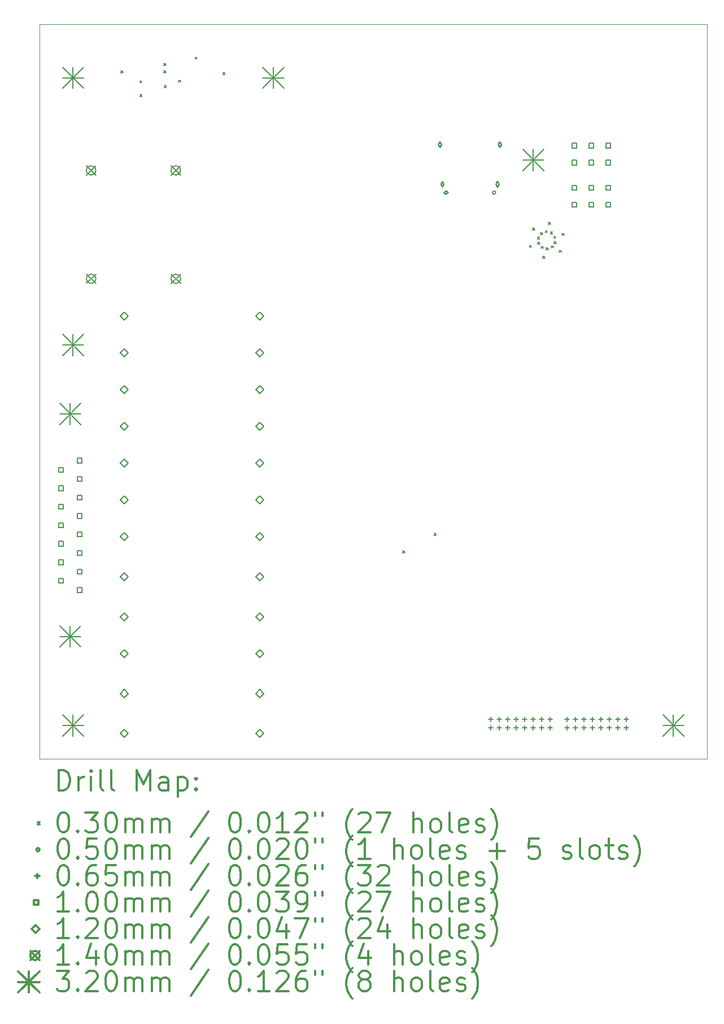
<source format=gbr>
%FSLAX45Y45*%
G04 Gerber Fmt 4.5, Leading zero omitted, Abs format (unit mm)*
G04 Created by KiCad (PCBNEW (5.1.9)-1) date 2021-07-25 18:06:38*
%MOMM*%
%LPD*%
G01*
G04 APERTURE LIST*
%TA.AperFunction,Profile*%
%ADD10C,0.050000*%
%TD*%
%ADD11C,0.200000*%
%ADD12C,0.300000*%
G04 APERTURE END LIST*
D10*
X15500000Y-1500000D02*
X15500000Y-12500000D01*
X25500000Y-1500000D02*
X25500000Y-12500000D01*
X15500000Y-12500000D02*
X25500000Y-12500000D01*
X15500000Y-1500000D02*
X25500000Y-1500000D01*
D11*
X16717500Y-2196000D02*
X16747500Y-2226000D01*
X16747500Y-2196000D02*
X16717500Y-2226000D01*
X17000000Y-2342500D02*
X17030000Y-2372500D01*
X17030000Y-2342500D02*
X17000000Y-2372500D01*
X17000000Y-2552500D02*
X17030000Y-2582500D01*
X17030000Y-2552500D02*
X17000000Y-2582500D01*
X17360000Y-2085000D02*
X17390000Y-2115000D01*
X17390000Y-2085000D02*
X17360000Y-2115000D01*
X17362500Y-2197500D02*
X17392500Y-2227500D01*
X17392500Y-2197500D02*
X17362500Y-2227500D01*
X17364000Y-2416000D02*
X17394000Y-2446000D01*
X17394000Y-2416000D02*
X17364000Y-2446000D01*
X17582500Y-2335000D02*
X17612500Y-2365000D01*
X17612500Y-2335000D02*
X17582500Y-2365000D01*
X17832500Y-1990000D02*
X17862500Y-2020000D01*
X17862500Y-1990000D02*
X17832500Y-2020000D01*
X18247500Y-2220000D02*
X18277500Y-2250000D01*
X18277500Y-2220000D02*
X18247500Y-2250000D01*
X20942500Y-9385000D02*
X20972500Y-9415000D01*
X20972500Y-9385000D02*
X20942500Y-9415000D01*
X21412500Y-9120000D02*
X21442500Y-9150000D01*
X21442500Y-9120000D02*
X21412500Y-9150000D01*
X22843287Y-4806298D02*
X22873287Y-4836298D01*
X22873287Y-4806298D02*
X22843287Y-4836298D01*
X22888492Y-4550404D02*
X22918492Y-4580404D01*
X22918492Y-4550404D02*
X22888492Y-4580404D01*
X22962946Y-4683865D02*
X22992946Y-4713865D01*
X22992946Y-4683865D02*
X22962946Y-4713865D01*
X22966964Y-4763500D02*
X22996964Y-4793500D01*
X22996964Y-4763500D02*
X22966964Y-4793500D01*
X23006504Y-4617078D02*
X23036504Y-4647078D01*
X23036504Y-4617078D02*
X23006504Y-4647078D01*
X23017022Y-4825564D02*
X23047022Y-4855564D01*
X23047022Y-4825564D02*
X23017022Y-4855564D01*
X23042294Y-4973394D02*
X23072294Y-5003394D01*
X23072294Y-4973394D02*
X23042294Y-5003394D01*
X23080999Y-4588648D02*
X23110999Y-4618648D01*
X23110999Y-4588648D02*
X23080999Y-4618648D01*
X23094001Y-4846352D02*
X23124001Y-4876352D01*
X23124001Y-4846352D02*
X23094001Y-4876352D01*
X23126812Y-4465880D02*
X23156812Y-4495880D01*
X23156812Y-4465880D02*
X23126812Y-4495880D01*
X23157978Y-4609436D02*
X23187978Y-4639436D01*
X23187978Y-4609436D02*
X23157978Y-4639436D01*
X23168496Y-4817922D02*
X23198496Y-4847922D01*
X23198496Y-4817922D02*
X23168496Y-4847922D01*
X23208036Y-4671500D02*
X23238036Y-4701500D01*
X23238036Y-4671500D02*
X23208036Y-4701500D01*
X23212054Y-4751135D02*
X23242054Y-4781135D01*
X23242054Y-4751135D02*
X23212054Y-4781135D01*
X23286507Y-4884596D02*
X23316507Y-4914596D01*
X23316507Y-4884596D02*
X23286507Y-4914596D01*
X23331713Y-4628702D02*
X23361713Y-4658702D01*
X23361713Y-4628702D02*
X23331713Y-4658702D01*
X21526000Y-3300000D02*
G75*
G03*
X21526000Y-3300000I-25000J0D01*
G01*
X21516000Y-3330000D02*
X21516000Y-3270000D01*
X21486000Y-3330000D02*
X21486000Y-3270000D01*
X21516000Y-3270000D02*
G75*
G03*
X21486000Y-3270000I-15000J0D01*
G01*
X21486000Y-3330000D02*
G75*
G03*
X21516000Y-3330000I15000J0D01*
G01*
X21562000Y-3895000D02*
G75*
G03*
X21562000Y-3895000I-25000J0D01*
G01*
X21552000Y-3925000D02*
X21552000Y-3865000D01*
X21522000Y-3925000D02*
X21522000Y-3865000D01*
X21552000Y-3865000D02*
G75*
G03*
X21522000Y-3865000I-15000J0D01*
G01*
X21522000Y-3925000D02*
G75*
G03*
X21552000Y-3925000I15000J0D01*
G01*
X21615000Y-4020000D02*
G75*
G03*
X21615000Y-4020000I-25000J0D01*
G01*
X21610000Y-4005000D02*
X21570000Y-4005000D01*
X21610000Y-4035000D02*
X21570000Y-4035000D01*
X21570000Y-4005000D02*
G75*
G03*
X21570000Y-4035000I0J-15000D01*
G01*
X21610000Y-4035000D02*
G75*
G03*
X21610000Y-4005000I0J15000D01*
G01*
X22335000Y-4020000D02*
G75*
G03*
X22335000Y-4020000I-25000J0D01*
G01*
X22388000Y-3895000D02*
G75*
G03*
X22388000Y-3895000I-25000J0D01*
G01*
X22378000Y-3925000D02*
X22378000Y-3865000D01*
X22348000Y-3925000D02*
X22348000Y-3865000D01*
X22378000Y-3865000D02*
G75*
G03*
X22348000Y-3865000I-15000J0D01*
G01*
X22348000Y-3925000D02*
G75*
G03*
X22378000Y-3925000I15000J0D01*
G01*
X22424000Y-3300000D02*
G75*
G03*
X22424000Y-3300000I-25000J0D01*
G01*
X22414000Y-3330000D02*
X22414000Y-3270000D01*
X22384000Y-3330000D02*
X22384000Y-3270000D01*
X22414000Y-3270000D02*
G75*
G03*
X22384000Y-3270000I-15000J0D01*
G01*
X22384000Y-3330000D02*
G75*
G03*
X22414000Y-3330000I15000J0D01*
G01*
X22262500Y-11870000D02*
X22262500Y-11935000D01*
X22230000Y-11902500D02*
X22295000Y-11902500D01*
X22262500Y-11997000D02*
X22262500Y-12062000D01*
X22230000Y-12029500D02*
X22295000Y-12029500D01*
X22389500Y-11870000D02*
X22389500Y-11935000D01*
X22357000Y-11902500D02*
X22422000Y-11902500D01*
X22389500Y-11997000D02*
X22389500Y-12062000D01*
X22357000Y-12029500D02*
X22422000Y-12029500D01*
X22516500Y-11870000D02*
X22516500Y-11935000D01*
X22484000Y-11902500D02*
X22549000Y-11902500D01*
X22516500Y-11997000D02*
X22516500Y-12062000D01*
X22484000Y-12029500D02*
X22549000Y-12029500D01*
X22643500Y-11870000D02*
X22643500Y-11935000D01*
X22611000Y-11902500D02*
X22676000Y-11902500D01*
X22643500Y-11997000D02*
X22643500Y-12062000D01*
X22611000Y-12029500D02*
X22676000Y-12029500D01*
X22770500Y-11870000D02*
X22770500Y-11935000D01*
X22738000Y-11902500D02*
X22803000Y-11902500D01*
X22770500Y-11997000D02*
X22770500Y-12062000D01*
X22738000Y-12029500D02*
X22803000Y-12029500D01*
X22897500Y-11870000D02*
X22897500Y-11935000D01*
X22865000Y-11902500D02*
X22930000Y-11902500D01*
X22897500Y-11997000D02*
X22897500Y-12062000D01*
X22865000Y-12029500D02*
X22930000Y-12029500D01*
X23024500Y-11870000D02*
X23024500Y-11935000D01*
X22992000Y-11902500D02*
X23057000Y-11902500D01*
X23024500Y-11997000D02*
X23024500Y-12062000D01*
X22992000Y-12029500D02*
X23057000Y-12029500D01*
X23151500Y-11870000D02*
X23151500Y-11935000D01*
X23119000Y-11902500D02*
X23184000Y-11902500D01*
X23151500Y-11997000D02*
X23151500Y-12062000D01*
X23119000Y-12029500D02*
X23184000Y-12029500D01*
X23402500Y-11870000D02*
X23402500Y-11935000D01*
X23370000Y-11902500D02*
X23435000Y-11902500D01*
X23402500Y-11997000D02*
X23402500Y-12062000D01*
X23370000Y-12029500D02*
X23435000Y-12029500D01*
X23529500Y-11870000D02*
X23529500Y-11935000D01*
X23497000Y-11902500D02*
X23562000Y-11902500D01*
X23529500Y-11997000D02*
X23529500Y-12062000D01*
X23497000Y-12029500D02*
X23562000Y-12029500D01*
X23656500Y-11870000D02*
X23656500Y-11935000D01*
X23624000Y-11902500D02*
X23689000Y-11902500D01*
X23656500Y-11997000D02*
X23656500Y-12062000D01*
X23624000Y-12029500D02*
X23689000Y-12029500D01*
X23783500Y-11870000D02*
X23783500Y-11935000D01*
X23751000Y-11902500D02*
X23816000Y-11902500D01*
X23783500Y-11997000D02*
X23783500Y-12062000D01*
X23751000Y-12029500D02*
X23816000Y-12029500D01*
X23910500Y-11870000D02*
X23910500Y-11935000D01*
X23878000Y-11902500D02*
X23943000Y-11902500D01*
X23910500Y-11997000D02*
X23910500Y-12062000D01*
X23878000Y-12029500D02*
X23943000Y-12029500D01*
X24037500Y-11870000D02*
X24037500Y-11935000D01*
X24005000Y-11902500D02*
X24070000Y-11902500D01*
X24037500Y-11997000D02*
X24037500Y-12062000D01*
X24005000Y-12029500D02*
X24070000Y-12029500D01*
X24164500Y-11870000D02*
X24164500Y-11935000D01*
X24132000Y-11902500D02*
X24197000Y-11902500D01*
X24164500Y-11997000D02*
X24164500Y-12062000D01*
X24132000Y-12029500D02*
X24197000Y-12029500D01*
X24291500Y-11870000D02*
X24291500Y-11935000D01*
X24259000Y-11902500D02*
X24324000Y-11902500D01*
X24291500Y-11997000D02*
X24291500Y-12062000D01*
X24259000Y-12029500D02*
X24324000Y-12029500D01*
X15851356Y-8204856D02*
X15851356Y-8134144D01*
X15780644Y-8134144D01*
X15780644Y-8204856D01*
X15851356Y-8204856D01*
X15851356Y-8481856D02*
X15851356Y-8411144D01*
X15780644Y-8411144D01*
X15780644Y-8481856D01*
X15851356Y-8481856D01*
X15851356Y-8758856D02*
X15851356Y-8688144D01*
X15780644Y-8688144D01*
X15780644Y-8758856D01*
X15851356Y-8758856D01*
X15851356Y-9035856D02*
X15851356Y-8965144D01*
X15780644Y-8965144D01*
X15780644Y-9035856D01*
X15851356Y-9035856D01*
X15851356Y-9312856D02*
X15851356Y-9242144D01*
X15780644Y-9242144D01*
X15780644Y-9312856D01*
X15851356Y-9312856D01*
X15851356Y-9589856D02*
X15851356Y-9519144D01*
X15780644Y-9519144D01*
X15780644Y-9589856D01*
X15851356Y-9589856D01*
X15851356Y-9866856D02*
X15851356Y-9796144D01*
X15780644Y-9796144D01*
X15780644Y-9866856D01*
X15851356Y-9866856D01*
X16135356Y-8066356D02*
X16135356Y-7995644D01*
X16064644Y-7995644D01*
X16064644Y-8066356D01*
X16135356Y-8066356D01*
X16135356Y-8343356D02*
X16135356Y-8272644D01*
X16064644Y-8272644D01*
X16064644Y-8343356D01*
X16135356Y-8343356D01*
X16135356Y-8620356D02*
X16135356Y-8549644D01*
X16064644Y-8549644D01*
X16064644Y-8620356D01*
X16135356Y-8620356D01*
X16135356Y-8897356D02*
X16135356Y-8826644D01*
X16064644Y-8826644D01*
X16064644Y-8897356D01*
X16135356Y-8897356D01*
X16135356Y-9174356D02*
X16135356Y-9103644D01*
X16064644Y-9103644D01*
X16064644Y-9174356D01*
X16135356Y-9174356D01*
X16135356Y-9451356D02*
X16135356Y-9380644D01*
X16064644Y-9380644D01*
X16064644Y-9451356D01*
X16135356Y-9451356D01*
X16135356Y-9728356D02*
X16135356Y-9657644D01*
X16064644Y-9657644D01*
X16064644Y-9728356D01*
X16135356Y-9728356D01*
X16135356Y-10005356D02*
X16135356Y-9934644D01*
X16064644Y-9934644D01*
X16064644Y-10005356D01*
X16135356Y-10005356D01*
X23547356Y-3351356D02*
X23547356Y-3280644D01*
X23476644Y-3280644D01*
X23476644Y-3351356D01*
X23547356Y-3351356D01*
X23547356Y-3605356D02*
X23547356Y-3534644D01*
X23476644Y-3534644D01*
X23476644Y-3605356D01*
X23547356Y-3605356D01*
X23547356Y-3981356D02*
X23547356Y-3910644D01*
X23476644Y-3910644D01*
X23476644Y-3981356D01*
X23547356Y-3981356D01*
X23547356Y-4235356D02*
X23547356Y-4164644D01*
X23476644Y-4164644D01*
X23476644Y-4235356D01*
X23547356Y-4235356D01*
X23801356Y-3351356D02*
X23801356Y-3280644D01*
X23730644Y-3280644D01*
X23730644Y-3351356D01*
X23801356Y-3351356D01*
X23801356Y-3605356D02*
X23801356Y-3534644D01*
X23730644Y-3534644D01*
X23730644Y-3605356D01*
X23801356Y-3605356D01*
X23801356Y-3981356D02*
X23801356Y-3910644D01*
X23730644Y-3910644D01*
X23730644Y-3981356D01*
X23801356Y-3981356D01*
X23801356Y-4235356D02*
X23801356Y-4164644D01*
X23730644Y-4164644D01*
X23730644Y-4235356D01*
X23801356Y-4235356D01*
X24055356Y-3351356D02*
X24055356Y-3280644D01*
X23984644Y-3280644D01*
X23984644Y-3351356D01*
X24055356Y-3351356D01*
X24055356Y-3605356D02*
X24055356Y-3534644D01*
X23984644Y-3534644D01*
X23984644Y-3605356D01*
X24055356Y-3605356D01*
X24055356Y-3981356D02*
X24055356Y-3910644D01*
X23984644Y-3910644D01*
X23984644Y-3981356D01*
X24055356Y-3981356D01*
X24055356Y-4235356D02*
X24055356Y-4164644D01*
X23984644Y-4164644D01*
X23984644Y-4235356D01*
X24055356Y-4235356D01*
X16768000Y-5930000D02*
X16828000Y-5870000D01*
X16768000Y-5810000D01*
X16708000Y-5870000D01*
X16768000Y-5930000D01*
X16768000Y-6480000D02*
X16828000Y-6420000D01*
X16768000Y-6360000D01*
X16708000Y-6420000D01*
X16768000Y-6480000D01*
X16768000Y-7030000D02*
X16828000Y-6970000D01*
X16768000Y-6910000D01*
X16708000Y-6970000D01*
X16768000Y-7030000D01*
X16768000Y-7580000D02*
X16828000Y-7520000D01*
X16768000Y-7460000D01*
X16708000Y-7520000D01*
X16768000Y-7580000D01*
X16768000Y-8130000D02*
X16828000Y-8070000D01*
X16768000Y-8010000D01*
X16708000Y-8070000D01*
X16768000Y-8130000D01*
X16768000Y-8680000D02*
X16828000Y-8620000D01*
X16768000Y-8560000D01*
X16708000Y-8620000D01*
X16768000Y-8680000D01*
X16768000Y-9230000D02*
X16828000Y-9170000D01*
X16768000Y-9110000D01*
X16708000Y-9170000D01*
X16768000Y-9230000D01*
X16768000Y-9830000D02*
X16828000Y-9770000D01*
X16768000Y-9710000D01*
X16708000Y-9770000D01*
X16768000Y-9830000D01*
X16768000Y-10430000D02*
X16828000Y-10370000D01*
X16768000Y-10310000D01*
X16708000Y-10370000D01*
X16768000Y-10430000D01*
X16768000Y-10980000D02*
X16828000Y-10920000D01*
X16768000Y-10860000D01*
X16708000Y-10920000D01*
X16768000Y-10980000D01*
X16768000Y-11580000D02*
X16828000Y-11520000D01*
X16768000Y-11460000D01*
X16708000Y-11520000D01*
X16768000Y-11580000D01*
X16768000Y-12180000D02*
X16828000Y-12120000D01*
X16768000Y-12060000D01*
X16708000Y-12120000D01*
X16768000Y-12180000D01*
X18800000Y-5930000D02*
X18860000Y-5870000D01*
X18800000Y-5810000D01*
X18740000Y-5870000D01*
X18800000Y-5930000D01*
X18800000Y-6480000D02*
X18860000Y-6420000D01*
X18800000Y-6360000D01*
X18740000Y-6420000D01*
X18800000Y-6480000D01*
X18800000Y-7030000D02*
X18860000Y-6970000D01*
X18800000Y-6910000D01*
X18740000Y-6970000D01*
X18800000Y-7030000D01*
X18800000Y-7580000D02*
X18860000Y-7520000D01*
X18800000Y-7460000D01*
X18740000Y-7520000D01*
X18800000Y-7580000D01*
X18800000Y-8130000D02*
X18860000Y-8070000D01*
X18800000Y-8010000D01*
X18740000Y-8070000D01*
X18800000Y-8130000D01*
X18800000Y-8680000D02*
X18860000Y-8620000D01*
X18800000Y-8560000D01*
X18740000Y-8620000D01*
X18800000Y-8680000D01*
X18800000Y-9230000D02*
X18860000Y-9170000D01*
X18800000Y-9110000D01*
X18740000Y-9170000D01*
X18800000Y-9230000D01*
X18800000Y-9830000D02*
X18860000Y-9770000D01*
X18800000Y-9710000D01*
X18740000Y-9770000D01*
X18800000Y-9830000D01*
X18800000Y-10430000D02*
X18860000Y-10370000D01*
X18800000Y-10310000D01*
X18740000Y-10370000D01*
X18800000Y-10430000D01*
X18800000Y-10980000D02*
X18860000Y-10920000D01*
X18800000Y-10860000D01*
X18740000Y-10920000D01*
X18800000Y-10980000D01*
X18800000Y-11580000D02*
X18860000Y-11520000D01*
X18800000Y-11460000D01*
X18740000Y-11520000D01*
X18800000Y-11580000D01*
X18800000Y-12180000D02*
X18860000Y-12120000D01*
X18800000Y-12060000D01*
X18740000Y-12120000D01*
X18800000Y-12180000D01*
X16200000Y-3617000D02*
X16340000Y-3757000D01*
X16340000Y-3617000D02*
X16200000Y-3757000D01*
X16340000Y-3687000D02*
G75*
G03*
X16340000Y-3687000I-70000J0D01*
G01*
X16200000Y-5240000D02*
X16340000Y-5380000D01*
X16340000Y-5240000D02*
X16200000Y-5380000D01*
X16340000Y-5310000D02*
G75*
G03*
X16340000Y-5310000I-70000J0D01*
G01*
X17470000Y-3617000D02*
X17610000Y-3757000D01*
X17610000Y-3617000D02*
X17470000Y-3757000D01*
X17610000Y-3687000D02*
G75*
G03*
X17610000Y-3687000I-70000J0D01*
G01*
X17470000Y-5240000D02*
X17610000Y-5380000D01*
X17610000Y-5240000D02*
X17470000Y-5380000D01*
X17610000Y-5310000D02*
G75*
G03*
X17610000Y-5310000I-70000J0D01*
G01*
X15798000Y-7175500D02*
X16118000Y-7495500D01*
X16118000Y-7175500D02*
X15798000Y-7495500D01*
X15958000Y-7175500D02*
X15958000Y-7495500D01*
X15798000Y-7335500D02*
X16118000Y-7335500D01*
X15798000Y-10505500D02*
X16118000Y-10825500D01*
X16118000Y-10505500D02*
X15798000Y-10825500D01*
X15958000Y-10505500D02*
X15958000Y-10825500D01*
X15798000Y-10665500D02*
X16118000Y-10665500D01*
X15840000Y-2140000D02*
X16160000Y-2460000D01*
X16160000Y-2140000D02*
X15840000Y-2460000D01*
X16000000Y-2140000D02*
X16000000Y-2460000D01*
X15840000Y-2300000D02*
X16160000Y-2300000D01*
X15840000Y-6140000D02*
X16160000Y-6460000D01*
X16160000Y-6140000D02*
X15840000Y-6460000D01*
X16000000Y-6140000D02*
X16000000Y-6460000D01*
X15840000Y-6300000D02*
X16160000Y-6300000D01*
X15840000Y-11840000D02*
X16160000Y-12160000D01*
X16160000Y-11840000D02*
X15840000Y-12160000D01*
X16000000Y-11840000D02*
X16000000Y-12160000D01*
X15840000Y-12000000D02*
X16160000Y-12000000D01*
X18840000Y-2140000D02*
X19160000Y-2460000D01*
X19160000Y-2140000D02*
X18840000Y-2460000D01*
X19000000Y-2140000D02*
X19000000Y-2460000D01*
X18840000Y-2300000D02*
X19160000Y-2300000D01*
X22740000Y-3370000D02*
X23060000Y-3690000D01*
X23060000Y-3370000D02*
X22740000Y-3690000D01*
X22900000Y-3370000D02*
X22900000Y-3690000D01*
X22740000Y-3530000D02*
X23060000Y-3530000D01*
X24840000Y-11840000D02*
X25160000Y-12160000D01*
X25160000Y-11840000D02*
X24840000Y-12160000D01*
X25000000Y-11840000D02*
X25000000Y-12160000D01*
X24840000Y-12000000D02*
X25160000Y-12000000D01*
D12*
X15783928Y-12968214D02*
X15783928Y-12668214D01*
X15855357Y-12668214D01*
X15898214Y-12682500D01*
X15926786Y-12711071D01*
X15941071Y-12739643D01*
X15955357Y-12796786D01*
X15955357Y-12839643D01*
X15941071Y-12896786D01*
X15926786Y-12925357D01*
X15898214Y-12953929D01*
X15855357Y-12968214D01*
X15783928Y-12968214D01*
X16083928Y-12968214D02*
X16083928Y-12768214D01*
X16083928Y-12825357D02*
X16098214Y-12796786D01*
X16112500Y-12782500D01*
X16141071Y-12768214D01*
X16169643Y-12768214D01*
X16269643Y-12968214D02*
X16269643Y-12768214D01*
X16269643Y-12668214D02*
X16255357Y-12682500D01*
X16269643Y-12696786D01*
X16283928Y-12682500D01*
X16269643Y-12668214D01*
X16269643Y-12696786D01*
X16455357Y-12968214D02*
X16426786Y-12953929D01*
X16412500Y-12925357D01*
X16412500Y-12668214D01*
X16612500Y-12968214D02*
X16583928Y-12953929D01*
X16569643Y-12925357D01*
X16569643Y-12668214D01*
X16955357Y-12968214D02*
X16955357Y-12668214D01*
X17055357Y-12882500D01*
X17155357Y-12668214D01*
X17155357Y-12968214D01*
X17426786Y-12968214D02*
X17426786Y-12811071D01*
X17412500Y-12782500D01*
X17383928Y-12768214D01*
X17326786Y-12768214D01*
X17298214Y-12782500D01*
X17426786Y-12953929D02*
X17398214Y-12968214D01*
X17326786Y-12968214D01*
X17298214Y-12953929D01*
X17283928Y-12925357D01*
X17283928Y-12896786D01*
X17298214Y-12868214D01*
X17326786Y-12853929D01*
X17398214Y-12853929D01*
X17426786Y-12839643D01*
X17569643Y-12768214D02*
X17569643Y-13068214D01*
X17569643Y-12782500D02*
X17598214Y-12768214D01*
X17655357Y-12768214D01*
X17683928Y-12782500D01*
X17698214Y-12796786D01*
X17712500Y-12825357D01*
X17712500Y-12911071D01*
X17698214Y-12939643D01*
X17683928Y-12953929D01*
X17655357Y-12968214D01*
X17598214Y-12968214D01*
X17569643Y-12953929D01*
X17841071Y-12939643D02*
X17855357Y-12953929D01*
X17841071Y-12968214D01*
X17826786Y-12953929D01*
X17841071Y-12939643D01*
X17841071Y-12968214D01*
X17841071Y-12782500D02*
X17855357Y-12796786D01*
X17841071Y-12811071D01*
X17826786Y-12796786D01*
X17841071Y-12782500D01*
X17841071Y-12811071D01*
X15467500Y-13447500D02*
X15497500Y-13477500D01*
X15497500Y-13447500D02*
X15467500Y-13477500D01*
X15841071Y-13298214D02*
X15869643Y-13298214D01*
X15898214Y-13312500D01*
X15912500Y-13326786D01*
X15926786Y-13355357D01*
X15941071Y-13412500D01*
X15941071Y-13483929D01*
X15926786Y-13541071D01*
X15912500Y-13569643D01*
X15898214Y-13583929D01*
X15869643Y-13598214D01*
X15841071Y-13598214D01*
X15812500Y-13583929D01*
X15798214Y-13569643D01*
X15783928Y-13541071D01*
X15769643Y-13483929D01*
X15769643Y-13412500D01*
X15783928Y-13355357D01*
X15798214Y-13326786D01*
X15812500Y-13312500D01*
X15841071Y-13298214D01*
X16069643Y-13569643D02*
X16083928Y-13583929D01*
X16069643Y-13598214D01*
X16055357Y-13583929D01*
X16069643Y-13569643D01*
X16069643Y-13598214D01*
X16183928Y-13298214D02*
X16369643Y-13298214D01*
X16269643Y-13412500D01*
X16312500Y-13412500D01*
X16341071Y-13426786D01*
X16355357Y-13441071D01*
X16369643Y-13469643D01*
X16369643Y-13541071D01*
X16355357Y-13569643D01*
X16341071Y-13583929D01*
X16312500Y-13598214D01*
X16226786Y-13598214D01*
X16198214Y-13583929D01*
X16183928Y-13569643D01*
X16555357Y-13298214D02*
X16583928Y-13298214D01*
X16612500Y-13312500D01*
X16626786Y-13326786D01*
X16641071Y-13355357D01*
X16655357Y-13412500D01*
X16655357Y-13483929D01*
X16641071Y-13541071D01*
X16626786Y-13569643D01*
X16612500Y-13583929D01*
X16583928Y-13598214D01*
X16555357Y-13598214D01*
X16526786Y-13583929D01*
X16512500Y-13569643D01*
X16498214Y-13541071D01*
X16483928Y-13483929D01*
X16483928Y-13412500D01*
X16498214Y-13355357D01*
X16512500Y-13326786D01*
X16526786Y-13312500D01*
X16555357Y-13298214D01*
X16783928Y-13598214D02*
X16783928Y-13398214D01*
X16783928Y-13426786D02*
X16798214Y-13412500D01*
X16826786Y-13398214D01*
X16869643Y-13398214D01*
X16898214Y-13412500D01*
X16912500Y-13441071D01*
X16912500Y-13598214D01*
X16912500Y-13441071D02*
X16926786Y-13412500D01*
X16955357Y-13398214D01*
X16998214Y-13398214D01*
X17026786Y-13412500D01*
X17041071Y-13441071D01*
X17041071Y-13598214D01*
X17183928Y-13598214D02*
X17183928Y-13398214D01*
X17183928Y-13426786D02*
X17198214Y-13412500D01*
X17226786Y-13398214D01*
X17269643Y-13398214D01*
X17298214Y-13412500D01*
X17312500Y-13441071D01*
X17312500Y-13598214D01*
X17312500Y-13441071D02*
X17326786Y-13412500D01*
X17355357Y-13398214D01*
X17398214Y-13398214D01*
X17426786Y-13412500D01*
X17441071Y-13441071D01*
X17441071Y-13598214D01*
X18026786Y-13283929D02*
X17769643Y-13669643D01*
X18412500Y-13298214D02*
X18441071Y-13298214D01*
X18469643Y-13312500D01*
X18483928Y-13326786D01*
X18498214Y-13355357D01*
X18512500Y-13412500D01*
X18512500Y-13483929D01*
X18498214Y-13541071D01*
X18483928Y-13569643D01*
X18469643Y-13583929D01*
X18441071Y-13598214D01*
X18412500Y-13598214D01*
X18383928Y-13583929D01*
X18369643Y-13569643D01*
X18355357Y-13541071D01*
X18341071Y-13483929D01*
X18341071Y-13412500D01*
X18355357Y-13355357D01*
X18369643Y-13326786D01*
X18383928Y-13312500D01*
X18412500Y-13298214D01*
X18641071Y-13569643D02*
X18655357Y-13583929D01*
X18641071Y-13598214D01*
X18626786Y-13583929D01*
X18641071Y-13569643D01*
X18641071Y-13598214D01*
X18841071Y-13298214D02*
X18869643Y-13298214D01*
X18898214Y-13312500D01*
X18912500Y-13326786D01*
X18926786Y-13355357D01*
X18941071Y-13412500D01*
X18941071Y-13483929D01*
X18926786Y-13541071D01*
X18912500Y-13569643D01*
X18898214Y-13583929D01*
X18869643Y-13598214D01*
X18841071Y-13598214D01*
X18812500Y-13583929D01*
X18798214Y-13569643D01*
X18783928Y-13541071D01*
X18769643Y-13483929D01*
X18769643Y-13412500D01*
X18783928Y-13355357D01*
X18798214Y-13326786D01*
X18812500Y-13312500D01*
X18841071Y-13298214D01*
X19226786Y-13598214D02*
X19055357Y-13598214D01*
X19141071Y-13598214D02*
X19141071Y-13298214D01*
X19112500Y-13341071D01*
X19083928Y-13369643D01*
X19055357Y-13383929D01*
X19341071Y-13326786D02*
X19355357Y-13312500D01*
X19383928Y-13298214D01*
X19455357Y-13298214D01*
X19483928Y-13312500D01*
X19498214Y-13326786D01*
X19512500Y-13355357D01*
X19512500Y-13383929D01*
X19498214Y-13426786D01*
X19326786Y-13598214D01*
X19512500Y-13598214D01*
X19626786Y-13298214D02*
X19626786Y-13355357D01*
X19741071Y-13298214D02*
X19741071Y-13355357D01*
X20183928Y-13712500D02*
X20169643Y-13698214D01*
X20141071Y-13655357D01*
X20126786Y-13626786D01*
X20112500Y-13583929D01*
X20098214Y-13512500D01*
X20098214Y-13455357D01*
X20112500Y-13383929D01*
X20126786Y-13341071D01*
X20141071Y-13312500D01*
X20169643Y-13269643D01*
X20183928Y-13255357D01*
X20283928Y-13326786D02*
X20298214Y-13312500D01*
X20326786Y-13298214D01*
X20398214Y-13298214D01*
X20426786Y-13312500D01*
X20441071Y-13326786D01*
X20455357Y-13355357D01*
X20455357Y-13383929D01*
X20441071Y-13426786D01*
X20269643Y-13598214D01*
X20455357Y-13598214D01*
X20555357Y-13298214D02*
X20755357Y-13298214D01*
X20626786Y-13598214D01*
X21098214Y-13598214D02*
X21098214Y-13298214D01*
X21226786Y-13598214D02*
X21226786Y-13441071D01*
X21212500Y-13412500D01*
X21183928Y-13398214D01*
X21141071Y-13398214D01*
X21112500Y-13412500D01*
X21098214Y-13426786D01*
X21412500Y-13598214D02*
X21383928Y-13583929D01*
X21369643Y-13569643D01*
X21355357Y-13541071D01*
X21355357Y-13455357D01*
X21369643Y-13426786D01*
X21383928Y-13412500D01*
X21412500Y-13398214D01*
X21455357Y-13398214D01*
X21483928Y-13412500D01*
X21498214Y-13426786D01*
X21512500Y-13455357D01*
X21512500Y-13541071D01*
X21498214Y-13569643D01*
X21483928Y-13583929D01*
X21455357Y-13598214D01*
X21412500Y-13598214D01*
X21683928Y-13598214D02*
X21655357Y-13583929D01*
X21641071Y-13555357D01*
X21641071Y-13298214D01*
X21912500Y-13583929D02*
X21883928Y-13598214D01*
X21826786Y-13598214D01*
X21798214Y-13583929D01*
X21783928Y-13555357D01*
X21783928Y-13441071D01*
X21798214Y-13412500D01*
X21826786Y-13398214D01*
X21883928Y-13398214D01*
X21912500Y-13412500D01*
X21926786Y-13441071D01*
X21926786Y-13469643D01*
X21783928Y-13498214D01*
X22041071Y-13583929D02*
X22069643Y-13598214D01*
X22126786Y-13598214D01*
X22155357Y-13583929D01*
X22169643Y-13555357D01*
X22169643Y-13541071D01*
X22155357Y-13512500D01*
X22126786Y-13498214D01*
X22083928Y-13498214D01*
X22055357Y-13483929D01*
X22041071Y-13455357D01*
X22041071Y-13441071D01*
X22055357Y-13412500D01*
X22083928Y-13398214D01*
X22126786Y-13398214D01*
X22155357Y-13412500D01*
X22269643Y-13712500D02*
X22283928Y-13698214D01*
X22312500Y-13655357D01*
X22326786Y-13626786D01*
X22341071Y-13583929D01*
X22355357Y-13512500D01*
X22355357Y-13455357D01*
X22341071Y-13383929D01*
X22326786Y-13341071D01*
X22312500Y-13312500D01*
X22283928Y-13269643D01*
X22269643Y-13255357D01*
X15497500Y-13858500D02*
G75*
G03*
X15497500Y-13858500I-25000J0D01*
G01*
X15841071Y-13694214D02*
X15869643Y-13694214D01*
X15898214Y-13708500D01*
X15912500Y-13722786D01*
X15926786Y-13751357D01*
X15941071Y-13808500D01*
X15941071Y-13879929D01*
X15926786Y-13937071D01*
X15912500Y-13965643D01*
X15898214Y-13979929D01*
X15869643Y-13994214D01*
X15841071Y-13994214D01*
X15812500Y-13979929D01*
X15798214Y-13965643D01*
X15783928Y-13937071D01*
X15769643Y-13879929D01*
X15769643Y-13808500D01*
X15783928Y-13751357D01*
X15798214Y-13722786D01*
X15812500Y-13708500D01*
X15841071Y-13694214D01*
X16069643Y-13965643D02*
X16083928Y-13979929D01*
X16069643Y-13994214D01*
X16055357Y-13979929D01*
X16069643Y-13965643D01*
X16069643Y-13994214D01*
X16355357Y-13694214D02*
X16212500Y-13694214D01*
X16198214Y-13837071D01*
X16212500Y-13822786D01*
X16241071Y-13808500D01*
X16312500Y-13808500D01*
X16341071Y-13822786D01*
X16355357Y-13837071D01*
X16369643Y-13865643D01*
X16369643Y-13937071D01*
X16355357Y-13965643D01*
X16341071Y-13979929D01*
X16312500Y-13994214D01*
X16241071Y-13994214D01*
X16212500Y-13979929D01*
X16198214Y-13965643D01*
X16555357Y-13694214D02*
X16583928Y-13694214D01*
X16612500Y-13708500D01*
X16626786Y-13722786D01*
X16641071Y-13751357D01*
X16655357Y-13808500D01*
X16655357Y-13879929D01*
X16641071Y-13937071D01*
X16626786Y-13965643D01*
X16612500Y-13979929D01*
X16583928Y-13994214D01*
X16555357Y-13994214D01*
X16526786Y-13979929D01*
X16512500Y-13965643D01*
X16498214Y-13937071D01*
X16483928Y-13879929D01*
X16483928Y-13808500D01*
X16498214Y-13751357D01*
X16512500Y-13722786D01*
X16526786Y-13708500D01*
X16555357Y-13694214D01*
X16783928Y-13994214D02*
X16783928Y-13794214D01*
X16783928Y-13822786D02*
X16798214Y-13808500D01*
X16826786Y-13794214D01*
X16869643Y-13794214D01*
X16898214Y-13808500D01*
X16912500Y-13837071D01*
X16912500Y-13994214D01*
X16912500Y-13837071D02*
X16926786Y-13808500D01*
X16955357Y-13794214D01*
X16998214Y-13794214D01*
X17026786Y-13808500D01*
X17041071Y-13837071D01*
X17041071Y-13994214D01*
X17183928Y-13994214D02*
X17183928Y-13794214D01*
X17183928Y-13822786D02*
X17198214Y-13808500D01*
X17226786Y-13794214D01*
X17269643Y-13794214D01*
X17298214Y-13808500D01*
X17312500Y-13837071D01*
X17312500Y-13994214D01*
X17312500Y-13837071D02*
X17326786Y-13808500D01*
X17355357Y-13794214D01*
X17398214Y-13794214D01*
X17426786Y-13808500D01*
X17441071Y-13837071D01*
X17441071Y-13994214D01*
X18026786Y-13679929D02*
X17769643Y-14065643D01*
X18412500Y-13694214D02*
X18441071Y-13694214D01*
X18469643Y-13708500D01*
X18483928Y-13722786D01*
X18498214Y-13751357D01*
X18512500Y-13808500D01*
X18512500Y-13879929D01*
X18498214Y-13937071D01*
X18483928Y-13965643D01*
X18469643Y-13979929D01*
X18441071Y-13994214D01*
X18412500Y-13994214D01*
X18383928Y-13979929D01*
X18369643Y-13965643D01*
X18355357Y-13937071D01*
X18341071Y-13879929D01*
X18341071Y-13808500D01*
X18355357Y-13751357D01*
X18369643Y-13722786D01*
X18383928Y-13708500D01*
X18412500Y-13694214D01*
X18641071Y-13965643D02*
X18655357Y-13979929D01*
X18641071Y-13994214D01*
X18626786Y-13979929D01*
X18641071Y-13965643D01*
X18641071Y-13994214D01*
X18841071Y-13694214D02*
X18869643Y-13694214D01*
X18898214Y-13708500D01*
X18912500Y-13722786D01*
X18926786Y-13751357D01*
X18941071Y-13808500D01*
X18941071Y-13879929D01*
X18926786Y-13937071D01*
X18912500Y-13965643D01*
X18898214Y-13979929D01*
X18869643Y-13994214D01*
X18841071Y-13994214D01*
X18812500Y-13979929D01*
X18798214Y-13965643D01*
X18783928Y-13937071D01*
X18769643Y-13879929D01*
X18769643Y-13808500D01*
X18783928Y-13751357D01*
X18798214Y-13722786D01*
X18812500Y-13708500D01*
X18841071Y-13694214D01*
X19055357Y-13722786D02*
X19069643Y-13708500D01*
X19098214Y-13694214D01*
X19169643Y-13694214D01*
X19198214Y-13708500D01*
X19212500Y-13722786D01*
X19226786Y-13751357D01*
X19226786Y-13779929D01*
X19212500Y-13822786D01*
X19041071Y-13994214D01*
X19226786Y-13994214D01*
X19412500Y-13694214D02*
X19441071Y-13694214D01*
X19469643Y-13708500D01*
X19483928Y-13722786D01*
X19498214Y-13751357D01*
X19512500Y-13808500D01*
X19512500Y-13879929D01*
X19498214Y-13937071D01*
X19483928Y-13965643D01*
X19469643Y-13979929D01*
X19441071Y-13994214D01*
X19412500Y-13994214D01*
X19383928Y-13979929D01*
X19369643Y-13965643D01*
X19355357Y-13937071D01*
X19341071Y-13879929D01*
X19341071Y-13808500D01*
X19355357Y-13751357D01*
X19369643Y-13722786D01*
X19383928Y-13708500D01*
X19412500Y-13694214D01*
X19626786Y-13694214D02*
X19626786Y-13751357D01*
X19741071Y-13694214D02*
X19741071Y-13751357D01*
X20183928Y-14108500D02*
X20169643Y-14094214D01*
X20141071Y-14051357D01*
X20126786Y-14022786D01*
X20112500Y-13979929D01*
X20098214Y-13908500D01*
X20098214Y-13851357D01*
X20112500Y-13779929D01*
X20126786Y-13737071D01*
X20141071Y-13708500D01*
X20169643Y-13665643D01*
X20183928Y-13651357D01*
X20455357Y-13994214D02*
X20283928Y-13994214D01*
X20369643Y-13994214D02*
X20369643Y-13694214D01*
X20341071Y-13737071D01*
X20312500Y-13765643D01*
X20283928Y-13779929D01*
X20812500Y-13994214D02*
X20812500Y-13694214D01*
X20941071Y-13994214D02*
X20941071Y-13837071D01*
X20926786Y-13808500D01*
X20898214Y-13794214D01*
X20855357Y-13794214D01*
X20826786Y-13808500D01*
X20812500Y-13822786D01*
X21126786Y-13994214D02*
X21098214Y-13979929D01*
X21083928Y-13965643D01*
X21069643Y-13937071D01*
X21069643Y-13851357D01*
X21083928Y-13822786D01*
X21098214Y-13808500D01*
X21126786Y-13794214D01*
X21169643Y-13794214D01*
X21198214Y-13808500D01*
X21212500Y-13822786D01*
X21226786Y-13851357D01*
X21226786Y-13937071D01*
X21212500Y-13965643D01*
X21198214Y-13979929D01*
X21169643Y-13994214D01*
X21126786Y-13994214D01*
X21398214Y-13994214D02*
X21369643Y-13979929D01*
X21355357Y-13951357D01*
X21355357Y-13694214D01*
X21626786Y-13979929D02*
X21598214Y-13994214D01*
X21541071Y-13994214D01*
X21512500Y-13979929D01*
X21498214Y-13951357D01*
X21498214Y-13837071D01*
X21512500Y-13808500D01*
X21541071Y-13794214D01*
X21598214Y-13794214D01*
X21626786Y-13808500D01*
X21641071Y-13837071D01*
X21641071Y-13865643D01*
X21498214Y-13894214D01*
X21755357Y-13979929D02*
X21783928Y-13994214D01*
X21841071Y-13994214D01*
X21869643Y-13979929D01*
X21883928Y-13951357D01*
X21883928Y-13937071D01*
X21869643Y-13908500D01*
X21841071Y-13894214D01*
X21798214Y-13894214D01*
X21769643Y-13879929D01*
X21755357Y-13851357D01*
X21755357Y-13837071D01*
X21769643Y-13808500D01*
X21798214Y-13794214D01*
X21841071Y-13794214D01*
X21869643Y-13808500D01*
X22241071Y-13879929D02*
X22469643Y-13879929D01*
X22355357Y-13994214D02*
X22355357Y-13765643D01*
X22983928Y-13694214D02*
X22841071Y-13694214D01*
X22826786Y-13837071D01*
X22841071Y-13822786D01*
X22869643Y-13808500D01*
X22941071Y-13808500D01*
X22969643Y-13822786D01*
X22983928Y-13837071D01*
X22998214Y-13865643D01*
X22998214Y-13937071D01*
X22983928Y-13965643D01*
X22969643Y-13979929D01*
X22941071Y-13994214D01*
X22869643Y-13994214D01*
X22841071Y-13979929D01*
X22826786Y-13965643D01*
X23341071Y-13979929D02*
X23369643Y-13994214D01*
X23426786Y-13994214D01*
X23455357Y-13979929D01*
X23469643Y-13951357D01*
X23469643Y-13937071D01*
X23455357Y-13908500D01*
X23426786Y-13894214D01*
X23383928Y-13894214D01*
X23355357Y-13879929D01*
X23341071Y-13851357D01*
X23341071Y-13837071D01*
X23355357Y-13808500D01*
X23383928Y-13794214D01*
X23426786Y-13794214D01*
X23455357Y-13808500D01*
X23641071Y-13994214D02*
X23612500Y-13979929D01*
X23598214Y-13951357D01*
X23598214Y-13694214D01*
X23798214Y-13994214D02*
X23769643Y-13979929D01*
X23755357Y-13965643D01*
X23741071Y-13937071D01*
X23741071Y-13851357D01*
X23755357Y-13822786D01*
X23769643Y-13808500D01*
X23798214Y-13794214D01*
X23841071Y-13794214D01*
X23869643Y-13808500D01*
X23883928Y-13822786D01*
X23898214Y-13851357D01*
X23898214Y-13937071D01*
X23883928Y-13965643D01*
X23869643Y-13979929D01*
X23841071Y-13994214D01*
X23798214Y-13994214D01*
X23983928Y-13794214D02*
X24098214Y-13794214D01*
X24026786Y-13694214D02*
X24026786Y-13951357D01*
X24041071Y-13979929D01*
X24069643Y-13994214D01*
X24098214Y-13994214D01*
X24183928Y-13979929D02*
X24212500Y-13994214D01*
X24269643Y-13994214D01*
X24298214Y-13979929D01*
X24312500Y-13951357D01*
X24312500Y-13937071D01*
X24298214Y-13908500D01*
X24269643Y-13894214D01*
X24226786Y-13894214D01*
X24198214Y-13879929D01*
X24183928Y-13851357D01*
X24183928Y-13837071D01*
X24198214Y-13808500D01*
X24226786Y-13794214D01*
X24269643Y-13794214D01*
X24298214Y-13808500D01*
X24412500Y-14108500D02*
X24426786Y-14094214D01*
X24455357Y-14051357D01*
X24469643Y-14022786D01*
X24483928Y-13979929D01*
X24498214Y-13908500D01*
X24498214Y-13851357D01*
X24483928Y-13779929D01*
X24469643Y-13737071D01*
X24455357Y-13708500D01*
X24426786Y-13665643D01*
X24412500Y-13651357D01*
X15465000Y-14222000D02*
X15465000Y-14287000D01*
X15432500Y-14254500D02*
X15497500Y-14254500D01*
X15841071Y-14090214D02*
X15869643Y-14090214D01*
X15898214Y-14104500D01*
X15912500Y-14118786D01*
X15926786Y-14147357D01*
X15941071Y-14204500D01*
X15941071Y-14275929D01*
X15926786Y-14333071D01*
X15912500Y-14361643D01*
X15898214Y-14375929D01*
X15869643Y-14390214D01*
X15841071Y-14390214D01*
X15812500Y-14375929D01*
X15798214Y-14361643D01*
X15783928Y-14333071D01*
X15769643Y-14275929D01*
X15769643Y-14204500D01*
X15783928Y-14147357D01*
X15798214Y-14118786D01*
X15812500Y-14104500D01*
X15841071Y-14090214D01*
X16069643Y-14361643D02*
X16083928Y-14375929D01*
X16069643Y-14390214D01*
X16055357Y-14375929D01*
X16069643Y-14361643D01*
X16069643Y-14390214D01*
X16341071Y-14090214D02*
X16283928Y-14090214D01*
X16255357Y-14104500D01*
X16241071Y-14118786D01*
X16212500Y-14161643D01*
X16198214Y-14218786D01*
X16198214Y-14333071D01*
X16212500Y-14361643D01*
X16226786Y-14375929D01*
X16255357Y-14390214D01*
X16312500Y-14390214D01*
X16341071Y-14375929D01*
X16355357Y-14361643D01*
X16369643Y-14333071D01*
X16369643Y-14261643D01*
X16355357Y-14233071D01*
X16341071Y-14218786D01*
X16312500Y-14204500D01*
X16255357Y-14204500D01*
X16226786Y-14218786D01*
X16212500Y-14233071D01*
X16198214Y-14261643D01*
X16641071Y-14090214D02*
X16498214Y-14090214D01*
X16483928Y-14233071D01*
X16498214Y-14218786D01*
X16526786Y-14204500D01*
X16598214Y-14204500D01*
X16626786Y-14218786D01*
X16641071Y-14233071D01*
X16655357Y-14261643D01*
X16655357Y-14333071D01*
X16641071Y-14361643D01*
X16626786Y-14375929D01*
X16598214Y-14390214D01*
X16526786Y-14390214D01*
X16498214Y-14375929D01*
X16483928Y-14361643D01*
X16783928Y-14390214D02*
X16783928Y-14190214D01*
X16783928Y-14218786D02*
X16798214Y-14204500D01*
X16826786Y-14190214D01*
X16869643Y-14190214D01*
X16898214Y-14204500D01*
X16912500Y-14233071D01*
X16912500Y-14390214D01*
X16912500Y-14233071D02*
X16926786Y-14204500D01*
X16955357Y-14190214D01*
X16998214Y-14190214D01*
X17026786Y-14204500D01*
X17041071Y-14233071D01*
X17041071Y-14390214D01*
X17183928Y-14390214D02*
X17183928Y-14190214D01*
X17183928Y-14218786D02*
X17198214Y-14204500D01*
X17226786Y-14190214D01*
X17269643Y-14190214D01*
X17298214Y-14204500D01*
X17312500Y-14233071D01*
X17312500Y-14390214D01*
X17312500Y-14233071D02*
X17326786Y-14204500D01*
X17355357Y-14190214D01*
X17398214Y-14190214D01*
X17426786Y-14204500D01*
X17441071Y-14233071D01*
X17441071Y-14390214D01*
X18026786Y-14075929D02*
X17769643Y-14461643D01*
X18412500Y-14090214D02*
X18441071Y-14090214D01*
X18469643Y-14104500D01*
X18483928Y-14118786D01*
X18498214Y-14147357D01*
X18512500Y-14204500D01*
X18512500Y-14275929D01*
X18498214Y-14333071D01*
X18483928Y-14361643D01*
X18469643Y-14375929D01*
X18441071Y-14390214D01*
X18412500Y-14390214D01*
X18383928Y-14375929D01*
X18369643Y-14361643D01*
X18355357Y-14333071D01*
X18341071Y-14275929D01*
X18341071Y-14204500D01*
X18355357Y-14147357D01*
X18369643Y-14118786D01*
X18383928Y-14104500D01*
X18412500Y-14090214D01*
X18641071Y-14361643D02*
X18655357Y-14375929D01*
X18641071Y-14390214D01*
X18626786Y-14375929D01*
X18641071Y-14361643D01*
X18641071Y-14390214D01*
X18841071Y-14090214D02*
X18869643Y-14090214D01*
X18898214Y-14104500D01*
X18912500Y-14118786D01*
X18926786Y-14147357D01*
X18941071Y-14204500D01*
X18941071Y-14275929D01*
X18926786Y-14333071D01*
X18912500Y-14361643D01*
X18898214Y-14375929D01*
X18869643Y-14390214D01*
X18841071Y-14390214D01*
X18812500Y-14375929D01*
X18798214Y-14361643D01*
X18783928Y-14333071D01*
X18769643Y-14275929D01*
X18769643Y-14204500D01*
X18783928Y-14147357D01*
X18798214Y-14118786D01*
X18812500Y-14104500D01*
X18841071Y-14090214D01*
X19055357Y-14118786D02*
X19069643Y-14104500D01*
X19098214Y-14090214D01*
X19169643Y-14090214D01*
X19198214Y-14104500D01*
X19212500Y-14118786D01*
X19226786Y-14147357D01*
X19226786Y-14175929D01*
X19212500Y-14218786D01*
X19041071Y-14390214D01*
X19226786Y-14390214D01*
X19483928Y-14090214D02*
X19426786Y-14090214D01*
X19398214Y-14104500D01*
X19383928Y-14118786D01*
X19355357Y-14161643D01*
X19341071Y-14218786D01*
X19341071Y-14333071D01*
X19355357Y-14361643D01*
X19369643Y-14375929D01*
X19398214Y-14390214D01*
X19455357Y-14390214D01*
X19483928Y-14375929D01*
X19498214Y-14361643D01*
X19512500Y-14333071D01*
X19512500Y-14261643D01*
X19498214Y-14233071D01*
X19483928Y-14218786D01*
X19455357Y-14204500D01*
X19398214Y-14204500D01*
X19369643Y-14218786D01*
X19355357Y-14233071D01*
X19341071Y-14261643D01*
X19626786Y-14090214D02*
X19626786Y-14147357D01*
X19741071Y-14090214D02*
X19741071Y-14147357D01*
X20183928Y-14504500D02*
X20169643Y-14490214D01*
X20141071Y-14447357D01*
X20126786Y-14418786D01*
X20112500Y-14375929D01*
X20098214Y-14304500D01*
X20098214Y-14247357D01*
X20112500Y-14175929D01*
X20126786Y-14133071D01*
X20141071Y-14104500D01*
X20169643Y-14061643D01*
X20183928Y-14047357D01*
X20269643Y-14090214D02*
X20455357Y-14090214D01*
X20355357Y-14204500D01*
X20398214Y-14204500D01*
X20426786Y-14218786D01*
X20441071Y-14233071D01*
X20455357Y-14261643D01*
X20455357Y-14333071D01*
X20441071Y-14361643D01*
X20426786Y-14375929D01*
X20398214Y-14390214D01*
X20312500Y-14390214D01*
X20283928Y-14375929D01*
X20269643Y-14361643D01*
X20569643Y-14118786D02*
X20583928Y-14104500D01*
X20612500Y-14090214D01*
X20683928Y-14090214D01*
X20712500Y-14104500D01*
X20726786Y-14118786D01*
X20741071Y-14147357D01*
X20741071Y-14175929D01*
X20726786Y-14218786D01*
X20555357Y-14390214D01*
X20741071Y-14390214D01*
X21098214Y-14390214D02*
X21098214Y-14090214D01*
X21226786Y-14390214D02*
X21226786Y-14233071D01*
X21212500Y-14204500D01*
X21183928Y-14190214D01*
X21141071Y-14190214D01*
X21112500Y-14204500D01*
X21098214Y-14218786D01*
X21412500Y-14390214D02*
X21383928Y-14375929D01*
X21369643Y-14361643D01*
X21355357Y-14333071D01*
X21355357Y-14247357D01*
X21369643Y-14218786D01*
X21383928Y-14204500D01*
X21412500Y-14190214D01*
X21455357Y-14190214D01*
X21483928Y-14204500D01*
X21498214Y-14218786D01*
X21512500Y-14247357D01*
X21512500Y-14333071D01*
X21498214Y-14361643D01*
X21483928Y-14375929D01*
X21455357Y-14390214D01*
X21412500Y-14390214D01*
X21683928Y-14390214D02*
X21655357Y-14375929D01*
X21641071Y-14347357D01*
X21641071Y-14090214D01*
X21912500Y-14375929D02*
X21883928Y-14390214D01*
X21826786Y-14390214D01*
X21798214Y-14375929D01*
X21783928Y-14347357D01*
X21783928Y-14233071D01*
X21798214Y-14204500D01*
X21826786Y-14190214D01*
X21883928Y-14190214D01*
X21912500Y-14204500D01*
X21926786Y-14233071D01*
X21926786Y-14261643D01*
X21783928Y-14290214D01*
X22041071Y-14375929D02*
X22069643Y-14390214D01*
X22126786Y-14390214D01*
X22155357Y-14375929D01*
X22169643Y-14347357D01*
X22169643Y-14333071D01*
X22155357Y-14304500D01*
X22126786Y-14290214D01*
X22083928Y-14290214D01*
X22055357Y-14275929D01*
X22041071Y-14247357D01*
X22041071Y-14233071D01*
X22055357Y-14204500D01*
X22083928Y-14190214D01*
X22126786Y-14190214D01*
X22155357Y-14204500D01*
X22269643Y-14504500D02*
X22283928Y-14490214D01*
X22312500Y-14447357D01*
X22326786Y-14418786D01*
X22341071Y-14375929D01*
X22355357Y-14304500D01*
X22355357Y-14247357D01*
X22341071Y-14175929D01*
X22326786Y-14133071D01*
X22312500Y-14104500D01*
X22283928Y-14061643D01*
X22269643Y-14047357D01*
X15482856Y-14685856D02*
X15482856Y-14615144D01*
X15412144Y-14615144D01*
X15412144Y-14685856D01*
X15482856Y-14685856D01*
X15941071Y-14786214D02*
X15769643Y-14786214D01*
X15855357Y-14786214D02*
X15855357Y-14486214D01*
X15826786Y-14529071D01*
X15798214Y-14557643D01*
X15769643Y-14571929D01*
X16069643Y-14757643D02*
X16083928Y-14771929D01*
X16069643Y-14786214D01*
X16055357Y-14771929D01*
X16069643Y-14757643D01*
X16069643Y-14786214D01*
X16269643Y-14486214D02*
X16298214Y-14486214D01*
X16326786Y-14500500D01*
X16341071Y-14514786D01*
X16355357Y-14543357D01*
X16369643Y-14600500D01*
X16369643Y-14671929D01*
X16355357Y-14729071D01*
X16341071Y-14757643D01*
X16326786Y-14771929D01*
X16298214Y-14786214D01*
X16269643Y-14786214D01*
X16241071Y-14771929D01*
X16226786Y-14757643D01*
X16212500Y-14729071D01*
X16198214Y-14671929D01*
X16198214Y-14600500D01*
X16212500Y-14543357D01*
X16226786Y-14514786D01*
X16241071Y-14500500D01*
X16269643Y-14486214D01*
X16555357Y-14486214D02*
X16583928Y-14486214D01*
X16612500Y-14500500D01*
X16626786Y-14514786D01*
X16641071Y-14543357D01*
X16655357Y-14600500D01*
X16655357Y-14671929D01*
X16641071Y-14729071D01*
X16626786Y-14757643D01*
X16612500Y-14771929D01*
X16583928Y-14786214D01*
X16555357Y-14786214D01*
X16526786Y-14771929D01*
X16512500Y-14757643D01*
X16498214Y-14729071D01*
X16483928Y-14671929D01*
X16483928Y-14600500D01*
X16498214Y-14543357D01*
X16512500Y-14514786D01*
X16526786Y-14500500D01*
X16555357Y-14486214D01*
X16783928Y-14786214D02*
X16783928Y-14586214D01*
X16783928Y-14614786D02*
X16798214Y-14600500D01*
X16826786Y-14586214D01*
X16869643Y-14586214D01*
X16898214Y-14600500D01*
X16912500Y-14629071D01*
X16912500Y-14786214D01*
X16912500Y-14629071D02*
X16926786Y-14600500D01*
X16955357Y-14586214D01*
X16998214Y-14586214D01*
X17026786Y-14600500D01*
X17041071Y-14629071D01*
X17041071Y-14786214D01*
X17183928Y-14786214D02*
X17183928Y-14586214D01*
X17183928Y-14614786D02*
X17198214Y-14600500D01*
X17226786Y-14586214D01*
X17269643Y-14586214D01*
X17298214Y-14600500D01*
X17312500Y-14629071D01*
X17312500Y-14786214D01*
X17312500Y-14629071D02*
X17326786Y-14600500D01*
X17355357Y-14586214D01*
X17398214Y-14586214D01*
X17426786Y-14600500D01*
X17441071Y-14629071D01*
X17441071Y-14786214D01*
X18026786Y-14471929D02*
X17769643Y-14857643D01*
X18412500Y-14486214D02*
X18441071Y-14486214D01*
X18469643Y-14500500D01*
X18483928Y-14514786D01*
X18498214Y-14543357D01*
X18512500Y-14600500D01*
X18512500Y-14671929D01*
X18498214Y-14729071D01*
X18483928Y-14757643D01*
X18469643Y-14771929D01*
X18441071Y-14786214D01*
X18412500Y-14786214D01*
X18383928Y-14771929D01*
X18369643Y-14757643D01*
X18355357Y-14729071D01*
X18341071Y-14671929D01*
X18341071Y-14600500D01*
X18355357Y-14543357D01*
X18369643Y-14514786D01*
X18383928Y-14500500D01*
X18412500Y-14486214D01*
X18641071Y-14757643D02*
X18655357Y-14771929D01*
X18641071Y-14786214D01*
X18626786Y-14771929D01*
X18641071Y-14757643D01*
X18641071Y-14786214D01*
X18841071Y-14486214D02*
X18869643Y-14486214D01*
X18898214Y-14500500D01*
X18912500Y-14514786D01*
X18926786Y-14543357D01*
X18941071Y-14600500D01*
X18941071Y-14671929D01*
X18926786Y-14729071D01*
X18912500Y-14757643D01*
X18898214Y-14771929D01*
X18869643Y-14786214D01*
X18841071Y-14786214D01*
X18812500Y-14771929D01*
X18798214Y-14757643D01*
X18783928Y-14729071D01*
X18769643Y-14671929D01*
X18769643Y-14600500D01*
X18783928Y-14543357D01*
X18798214Y-14514786D01*
X18812500Y-14500500D01*
X18841071Y-14486214D01*
X19041071Y-14486214D02*
X19226786Y-14486214D01*
X19126786Y-14600500D01*
X19169643Y-14600500D01*
X19198214Y-14614786D01*
X19212500Y-14629071D01*
X19226786Y-14657643D01*
X19226786Y-14729071D01*
X19212500Y-14757643D01*
X19198214Y-14771929D01*
X19169643Y-14786214D01*
X19083928Y-14786214D01*
X19055357Y-14771929D01*
X19041071Y-14757643D01*
X19369643Y-14786214D02*
X19426786Y-14786214D01*
X19455357Y-14771929D01*
X19469643Y-14757643D01*
X19498214Y-14714786D01*
X19512500Y-14657643D01*
X19512500Y-14543357D01*
X19498214Y-14514786D01*
X19483928Y-14500500D01*
X19455357Y-14486214D01*
X19398214Y-14486214D01*
X19369643Y-14500500D01*
X19355357Y-14514786D01*
X19341071Y-14543357D01*
X19341071Y-14614786D01*
X19355357Y-14643357D01*
X19369643Y-14657643D01*
X19398214Y-14671929D01*
X19455357Y-14671929D01*
X19483928Y-14657643D01*
X19498214Y-14643357D01*
X19512500Y-14614786D01*
X19626786Y-14486214D02*
X19626786Y-14543357D01*
X19741071Y-14486214D02*
X19741071Y-14543357D01*
X20183928Y-14900500D02*
X20169643Y-14886214D01*
X20141071Y-14843357D01*
X20126786Y-14814786D01*
X20112500Y-14771929D01*
X20098214Y-14700500D01*
X20098214Y-14643357D01*
X20112500Y-14571929D01*
X20126786Y-14529071D01*
X20141071Y-14500500D01*
X20169643Y-14457643D01*
X20183928Y-14443357D01*
X20283928Y-14514786D02*
X20298214Y-14500500D01*
X20326786Y-14486214D01*
X20398214Y-14486214D01*
X20426786Y-14500500D01*
X20441071Y-14514786D01*
X20455357Y-14543357D01*
X20455357Y-14571929D01*
X20441071Y-14614786D01*
X20269643Y-14786214D01*
X20455357Y-14786214D01*
X20555357Y-14486214D02*
X20755357Y-14486214D01*
X20626786Y-14786214D01*
X21098214Y-14786214D02*
X21098214Y-14486214D01*
X21226786Y-14786214D02*
X21226786Y-14629071D01*
X21212500Y-14600500D01*
X21183928Y-14586214D01*
X21141071Y-14586214D01*
X21112500Y-14600500D01*
X21098214Y-14614786D01*
X21412500Y-14786214D02*
X21383928Y-14771929D01*
X21369643Y-14757643D01*
X21355357Y-14729071D01*
X21355357Y-14643357D01*
X21369643Y-14614786D01*
X21383928Y-14600500D01*
X21412500Y-14586214D01*
X21455357Y-14586214D01*
X21483928Y-14600500D01*
X21498214Y-14614786D01*
X21512500Y-14643357D01*
X21512500Y-14729071D01*
X21498214Y-14757643D01*
X21483928Y-14771929D01*
X21455357Y-14786214D01*
X21412500Y-14786214D01*
X21683928Y-14786214D02*
X21655357Y-14771929D01*
X21641071Y-14743357D01*
X21641071Y-14486214D01*
X21912500Y-14771929D02*
X21883928Y-14786214D01*
X21826786Y-14786214D01*
X21798214Y-14771929D01*
X21783928Y-14743357D01*
X21783928Y-14629071D01*
X21798214Y-14600500D01*
X21826786Y-14586214D01*
X21883928Y-14586214D01*
X21912500Y-14600500D01*
X21926786Y-14629071D01*
X21926786Y-14657643D01*
X21783928Y-14686214D01*
X22041071Y-14771929D02*
X22069643Y-14786214D01*
X22126786Y-14786214D01*
X22155357Y-14771929D01*
X22169643Y-14743357D01*
X22169643Y-14729071D01*
X22155357Y-14700500D01*
X22126786Y-14686214D01*
X22083928Y-14686214D01*
X22055357Y-14671929D01*
X22041071Y-14643357D01*
X22041071Y-14629071D01*
X22055357Y-14600500D01*
X22083928Y-14586214D01*
X22126786Y-14586214D01*
X22155357Y-14600500D01*
X22269643Y-14900500D02*
X22283928Y-14886214D01*
X22312500Y-14843357D01*
X22326786Y-14814786D01*
X22341071Y-14771929D01*
X22355357Y-14700500D01*
X22355357Y-14643357D01*
X22341071Y-14571929D01*
X22326786Y-14529071D01*
X22312500Y-14500500D01*
X22283928Y-14457643D01*
X22269643Y-14443357D01*
X15437500Y-15106500D02*
X15497500Y-15046500D01*
X15437500Y-14986500D01*
X15377500Y-15046500D01*
X15437500Y-15106500D01*
X15941071Y-15182214D02*
X15769643Y-15182214D01*
X15855357Y-15182214D02*
X15855357Y-14882214D01*
X15826786Y-14925071D01*
X15798214Y-14953643D01*
X15769643Y-14967929D01*
X16069643Y-15153643D02*
X16083928Y-15167929D01*
X16069643Y-15182214D01*
X16055357Y-15167929D01*
X16069643Y-15153643D01*
X16069643Y-15182214D01*
X16198214Y-14910786D02*
X16212500Y-14896500D01*
X16241071Y-14882214D01*
X16312500Y-14882214D01*
X16341071Y-14896500D01*
X16355357Y-14910786D01*
X16369643Y-14939357D01*
X16369643Y-14967929D01*
X16355357Y-15010786D01*
X16183928Y-15182214D01*
X16369643Y-15182214D01*
X16555357Y-14882214D02*
X16583928Y-14882214D01*
X16612500Y-14896500D01*
X16626786Y-14910786D01*
X16641071Y-14939357D01*
X16655357Y-14996500D01*
X16655357Y-15067929D01*
X16641071Y-15125071D01*
X16626786Y-15153643D01*
X16612500Y-15167929D01*
X16583928Y-15182214D01*
X16555357Y-15182214D01*
X16526786Y-15167929D01*
X16512500Y-15153643D01*
X16498214Y-15125071D01*
X16483928Y-15067929D01*
X16483928Y-14996500D01*
X16498214Y-14939357D01*
X16512500Y-14910786D01*
X16526786Y-14896500D01*
X16555357Y-14882214D01*
X16783928Y-15182214D02*
X16783928Y-14982214D01*
X16783928Y-15010786D02*
X16798214Y-14996500D01*
X16826786Y-14982214D01*
X16869643Y-14982214D01*
X16898214Y-14996500D01*
X16912500Y-15025071D01*
X16912500Y-15182214D01*
X16912500Y-15025071D02*
X16926786Y-14996500D01*
X16955357Y-14982214D01*
X16998214Y-14982214D01*
X17026786Y-14996500D01*
X17041071Y-15025071D01*
X17041071Y-15182214D01*
X17183928Y-15182214D02*
X17183928Y-14982214D01*
X17183928Y-15010786D02*
X17198214Y-14996500D01*
X17226786Y-14982214D01*
X17269643Y-14982214D01*
X17298214Y-14996500D01*
X17312500Y-15025071D01*
X17312500Y-15182214D01*
X17312500Y-15025071D02*
X17326786Y-14996500D01*
X17355357Y-14982214D01*
X17398214Y-14982214D01*
X17426786Y-14996500D01*
X17441071Y-15025071D01*
X17441071Y-15182214D01*
X18026786Y-14867929D02*
X17769643Y-15253643D01*
X18412500Y-14882214D02*
X18441071Y-14882214D01*
X18469643Y-14896500D01*
X18483928Y-14910786D01*
X18498214Y-14939357D01*
X18512500Y-14996500D01*
X18512500Y-15067929D01*
X18498214Y-15125071D01*
X18483928Y-15153643D01*
X18469643Y-15167929D01*
X18441071Y-15182214D01*
X18412500Y-15182214D01*
X18383928Y-15167929D01*
X18369643Y-15153643D01*
X18355357Y-15125071D01*
X18341071Y-15067929D01*
X18341071Y-14996500D01*
X18355357Y-14939357D01*
X18369643Y-14910786D01*
X18383928Y-14896500D01*
X18412500Y-14882214D01*
X18641071Y-15153643D02*
X18655357Y-15167929D01*
X18641071Y-15182214D01*
X18626786Y-15167929D01*
X18641071Y-15153643D01*
X18641071Y-15182214D01*
X18841071Y-14882214D02*
X18869643Y-14882214D01*
X18898214Y-14896500D01*
X18912500Y-14910786D01*
X18926786Y-14939357D01*
X18941071Y-14996500D01*
X18941071Y-15067929D01*
X18926786Y-15125071D01*
X18912500Y-15153643D01*
X18898214Y-15167929D01*
X18869643Y-15182214D01*
X18841071Y-15182214D01*
X18812500Y-15167929D01*
X18798214Y-15153643D01*
X18783928Y-15125071D01*
X18769643Y-15067929D01*
X18769643Y-14996500D01*
X18783928Y-14939357D01*
X18798214Y-14910786D01*
X18812500Y-14896500D01*
X18841071Y-14882214D01*
X19198214Y-14982214D02*
X19198214Y-15182214D01*
X19126786Y-14867929D02*
X19055357Y-15082214D01*
X19241071Y-15082214D01*
X19326786Y-14882214D02*
X19526786Y-14882214D01*
X19398214Y-15182214D01*
X19626786Y-14882214D02*
X19626786Y-14939357D01*
X19741071Y-14882214D02*
X19741071Y-14939357D01*
X20183928Y-15296500D02*
X20169643Y-15282214D01*
X20141071Y-15239357D01*
X20126786Y-15210786D01*
X20112500Y-15167929D01*
X20098214Y-15096500D01*
X20098214Y-15039357D01*
X20112500Y-14967929D01*
X20126786Y-14925071D01*
X20141071Y-14896500D01*
X20169643Y-14853643D01*
X20183928Y-14839357D01*
X20283928Y-14910786D02*
X20298214Y-14896500D01*
X20326786Y-14882214D01*
X20398214Y-14882214D01*
X20426786Y-14896500D01*
X20441071Y-14910786D01*
X20455357Y-14939357D01*
X20455357Y-14967929D01*
X20441071Y-15010786D01*
X20269643Y-15182214D01*
X20455357Y-15182214D01*
X20712500Y-14982214D02*
X20712500Y-15182214D01*
X20641071Y-14867929D02*
X20569643Y-15082214D01*
X20755357Y-15082214D01*
X21098214Y-15182214D02*
X21098214Y-14882214D01*
X21226786Y-15182214D02*
X21226786Y-15025071D01*
X21212500Y-14996500D01*
X21183928Y-14982214D01*
X21141071Y-14982214D01*
X21112500Y-14996500D01*
X21098214Y-15010786D01*
X21412500Y-15182214D02*
X21383928Y-15167929D01*
X21369643Y-15153643D01*
X21355357Y-15125071D01*
X21355357Y-15039357D01*
X21369643Y-15010786D01*
X21383928Y-14996500D01*
X21412500Y-14982214D01*
X21455357Y-14982214D01*
X21483928Y-14996500D01*
X21498214Y-15010786D01*
X21512500Y-15039357D01*
X21512500Y-15125071D01*
X21498214Y-15153643D01*
X21483928Y-15167929D01*
X21455357Y-15182214D01*
X21412500Y-15182214D01*
X21683928Y-15182214D02*
X21655357Y-15167929D01*
X21641071Y-15139357D01*
X21641071Y-14882214D01*
X21912500Y-15167929D02*
X21883928Y-15182214D01*
X21826786Y-15182214D01*
X21798214Y-15167929D01*
X21783928Y-15139357D01*
X21783928Y-15025071D01*
X21798214Y-14996500D01*
X21826786Y-14982214D01*
X21883928Y-14982214D01*
X21912500Y-14996500D01*
X21926786Y-15025071D01*
X21926786Y-15053643D01*
X21783928Y-15082214D01*
X22041071Y-15167929D02*
X22069643Y-15182214D01*
X22126786Y-15182214D01*
X22155357Y-15167929D01*
X22169643Y-15139357D01*
X22169643Y-15125071D01*
X22155357Y-15096500D01*
X22126786Y-15082214D01*
X22083928Y-15082214D01*
X22055357Y-15067929D01*
X22041071Y-15039357D01*
X22041071Y-15025071D01*
X22055357Y-14996500D01*
X22083928Y-14982214D01*
X22126786Y-14982214D01*
X22155357Y-14996500D01*
X22269643Y-15296500D02*
X22283928Y-15282214D01*
X22312500Y-15239357D01*
X22326786Y-15210786D01*
X22341071Y-15167929D01*
X22355357Y-15096500D01*
X22355357Y-15039357D01*
X22341071Y-14967929D01*
X22326786Y-14925071D01*
X22312500Y-14896500D01*
X22283928Y-14853643D01*
X22269643Y-14839357D01*
X15357500Y-15372500D02*
X15497500Y-15512500D01*
X15497500Y-15372500D02*
X15357500Y-15512500D01*
X15497500Y-15442500D02*
G75*
G03*
X15497500Y-15442500I-70000J0D01*
G01*
X15941071Y-15578214D02*
X15769643Y-15578214D01*
X15855357Y-15578214D02*
X15855357Y-15278214D01*
X15826786Y-15321071D01*
X15798214Y-15349643D01*
X15769643Y-15363929D01*
X16069643Y-15549643D02*
X16083928Y-15563929D01*
X16069643Y-15578214D01*
X16055357Y-15563929D01*
X16069643Y-15549643D01*
X16069643Y-15578214D01*
X16341071Y-15378214D02*
X16341071Y-15578214D01*
X16269643Y-15263929D02*
X16198214Y-15478214D01*
X16383928Y-15478214D01*
X16555357Y-15278214D02*
X16583928Y-15278214D01*
X16612500Y-15292500D01*
X16626786Y-15306786D01*
X16641071Y-15335357D01*
X16655357Y-15392500D01*
X16655357Y-15463929D01*
X16641071Y-15521071D01*
X16626786Y-15549643D01*
X16612500Y-15563929D01*
X16583928Y-15578214D01*
X16555357Y-15578214D01*
X16526786Y-15563929D01*
X16512500Y-15549643D01*
X16498214Y-15521071D01*
X16483928Y-15463929D01*
X16483928Y-15392500D01*
X16498214Y-15335357D01*
X16512500Y-15306786D01*
X16526786Y-15292500D01*
X16555357Y-15278214D01*
X16783928Y-15578214D02*
X16783928Y-15378214D01*
X16783928Y-15406786D02*
X16798214Y-15392500D01*
X16826786Y-15378214D01*
X16869643Y-15378214D01*
X16898214Y-15392500D01*
X16912500Y-15421071D01*
X16912500Y-15578214D01*
X16912500Y-15421071D02*
X16926786Y-15392500D01*
X16955357Y-15378214D01*
X16998214Y-15378214D01*
X17026786Y-15392500D01*
X17041071Y-15421071D01*
X17041071Y-15578214D01*
X17183928Y-15578214D02*
X17183928Y-15378214D01*
X17183928Y-15406786D02*
X17198214Y-15392500D01*
X17226786Y-15378214D01*
X17269643Y-15378214D01*
X17298214Y-15392500D01*
X17312500Y-15421071D01*
X17312500Y-15578214D01*
X17312500Y-15421071D02*
X17326786Y-15392500D01*
X17355357Y-15378214D01*
X17398214Y-15378214D01*
X17426786Y-15392500D01*
X17441071Y-15421071D01*
X17441071Y-15578214D01*
X18026786Y-15263929D02*
X17769643Y-15649643D01*
X18412500Y-15278214D02*
X18441071Y-15278214D01*
X18469643Y-15292500D01*
X18483928Y-15306786D01*
X18498214Y-15335357D01*
X18512500Y-15392500D01*
X18512500Y-15463929D01*
X18498214Y-15521071D01*
X18483928Y-15549643D01*
X18469643Y-15563929D01*
X18441071Y-15578214D01*
X18412500Y-15578214D01*
X18383928Y-15563929D01*
X18369643Y-15549643D01*
X18355357Y-15521071D01*
X18341071Y-15463929D01*
X18341071Y-15392500D01*
X18355357Y-15335357D01*
X18369643Y-15306786D01*
X18383928Y-15292500D01*
X18412500Y-15278214D01*
X18641071Y-15549643D02*
X18655357Y-15563929D01*
X18641071Y-15578214D01*
X18626786Y-15563929D01*
X18641071Y-15549643D01*
X18641071Y-15578214D01*
X18841071Y-15278214D02*
X18869643Y-15278214D01*
X18898214Y-15292500D01*
X18912500Y-15306786D01*
X18926786Y-15335357D01*
X18941071Y-15392500D01*
X18941071Y-15463929D01*
X18926786Y-15521071D01*
X18912500Y-15549643D01*
X18898214Y-15563929D01*
X18869643Y-15578214D01*
X18841071Y-15578214D01*
X18812500Y-15563929D01*
X18798214Y-15549643D01*
X18783928Y-15521071D01*
X18769643Y-15463929D01*
X18769643Y-15392500D01*
X18783928Y-15335357D01*
X18798214Y-15306786D01*
X18812500Y-15292500D01*
X18841071Y-15278214D01*
X19212500Y-15278214D02*
X19069643Y-15278214D01*
X19055357Y-15421071D01*
X19069643Y-15406786D01*
X19098214Y-15392500D01*
X19169643Y-15392500D01*
X19198214Y-15406786D01*
X19212500Y-15421071D01*
X19226786Y-15449643D01*
X19226786Y-15521071D01*
X19212500Y-15549643D01*
X19198214Y-15563929D01*
X19169643Y-15578214D01*
X19098214Y-15578214D01*
X19069643Y-15563929D01*
X19055357Y-15549643D01*
X19498214Y-15278214D02*
X19355357Y-15278214D01*
X19341071Y-15421071D01*
X19355357Y-15406786D01*
X19383928Y-15392500D01*
X19455357Y-15392500D01*
X19483928Y-15406786D01*
X19498214Y-15421071D01*
X19512500Y-15449643D01*
X19512500Y-15521071D01*
X19498214Y-15549643D01*
X19483928Y-15563929D01*
X19455357Y-15578214D01*
X19383928Y-15578214D01*
X19355357Y-15563929D01*
X19341071Y-15549643D01*
X19626786Y-15278214D02*
X19626786Y-15335357D01*
X19741071Y-15278214D02*
X19741071Y-15335357D01*
X20183928Y-15692500D02*
X20169643Y-15678214D01*
X20141071Y-15635357D01*
X20126786Y-15606786D01*
X20112500Y-15563929D01*
X20098214Y-15492500D01*
X20098214Y-15435357D01*
X20112500Y-15363929D01*
X20126786Y-15321071D01*
X20141071Y-15292500D01*
X20169643Y-15249643D01*
X20183928Y-15235357D01*
X20426786Y-15378214D02*
X20426786Y-15578214D01*
X20355357Y-15263929D02*
X20283928Y-15478214D01*
X20469643Y-15478214D01*
X20812500Y-15578214D02*
X20812500Y-15278214D01*
X20941071Y-15578214D02*
X20941071Y-15421071D01*
X20926786Y-15392500D01*
X20898214Y-15378214D01*
X20855357Y-15378214D01*
X20826786Y-15392500D01*
X20812500Y-15406786D01*
X21126786Y-15578214D02*
X21098214Y-15563929D01*
X21083928Y-15549643D01*
X21069643Y-15521071D01*
X21069643Y-15435357D01*
X21083928Y-15406786D01*
X21098214Y-15392500D01*
X21126786Y-15378214D01*
X21169643Y-15378214D01*
X21198214Y-15392500D01*
X21212500Y-15406786D01*
X21226786Y-15435357D01*
X21226786Y-15521071D01*
X21212500Y-15549643D01*
X21198214Y-15563929D01*
X21169643Y-15578214D01*
X21126786Y-15578214D01*
X21398214Y-15578214D02*
X21369643Y-15563929D01*
X21355357Y-15535357D01*
X21355357Y-15278214D01*
X21626786Y-15563929D02*
X21598214Y-15578214D01*
X21541071Y-15578214D01*
X21512500Y-15563929D01*
X21498214Y-15535357D01*
X21498214Y-15421071D01*
X21512500Y-15392500D01*
X21541071Y-15378214D01*
X21598214Y-15378214D01*
X21626786Y-15392500D01*
X21641071Y-15421071D01*
X21641071Y-15449643D01*
X21498214Y-15478214D01*
X21755357Y-15563929D02*
X21783928Y-15578214D01*
X21841071Y-15578214D01*
X21869643Y-15563929D01*
X21883928Y-15535357D01*
X21883928Y-15521071D01*
X21869643Y-15492500D01*
X21841071Y-15478214D01*
X21798214Y-15478214D01*
X21769643Y-15463929D01*
X21755357Y-15435357D01*
X21755357Y-15421071D01*
X21769643Y-15392500D01*
X21798214Y-15378214D01*
X21841071Y-15378214D01*
X21869643Y-15392500D01*
X21983928Y-15692500D02*
X21998214Y-15678214D01*
X22026786Y-15635357D01*
X22041071Y-15606786D01*
X22055357Y-15563929D01*
X22069643Y-15492500D01*
X22069643Y-15435357D01*
X22055357Y-15363929D01*
X22041071Y-15321071D01*
X22026786Y-15292500D01*
X21998214Y-15249643D01*
X21983928Y-15235357D01*
X15177500Y-15678500D02*
X15497500Y-15998500D01*
X15497500Y-15678500D02*
X15177500Y-15998500D01*
X15337500Y-15678500D02*
X15337500Y-15998500D01*
X15177500Y-15838500D02*
X15497500Y-15838500D01*
X15755357Y-15674214D02*
X15941071Y-15674214D01*
X15841071Y-15788500D01*
X15883928Y-15788500D01*
X15912500Y-15802786D01*
X15926786Y-15817071D01*
X15941071Y-15845643D01*
X15941071Y-15917071D01*
X15926786Y-15945643D01*
X15912500Y-15959929D01*
X15883928Y-15974214D01*
X15798214Y-15974214D01*
X15769643Y-15959929D01*
X15755357Y-15945643D01*
X16069643Y-15945643D02*
X16083928Y-15959929D01*
X16069643Y-15974214D01*
X16055357Y-15959929D01*
X16069643Y-15945643D01*
X16069643Y-15974214D01*
X16198214Y-15702786D02*
X16212500Y-15688500D01*
X16241071Y-15674214D01*
X16312500Y-15674214D01*
X16341071Y-15688500D01*
X16355357Y-15702786D01*
X16369643Y-15731357D01*
X16369643Y-15759929D01*
X16355357Y-15802786D01*
X16183928Y-15974214D01*
X16369643Y-15974214D01*
X16555357Y-15674214D02*
X16583928Y-15674214D01*
X16612500Y-15688500D01*
X16626786Y-15702786D01*
X16641071Y-15731357D01*
X16655357Y-15788500D01*
X16655357Y-15859929D01*
X16641071Y-15917071D01*
X16626786Y-15945643D01*
X16612500Y-15959929D01*
X16583928Y-15974214D01*
X16555357Y-15974214D01*
X16526786Y-15959929D01*
X16512500Y-15945643D01*
X16498214Y-15917071D01*
X16483928Y-15859929D01*
X16483928Y-15788500D01*
X16498214Y-15731357D01*
X16512500Y-15702786D01*
X16526786Y-15688500D01*
X16555357Y-15674214D01*
X16783928Y-15974214D02*
X16783928Y-15774214D01*
X16783928Y-15802786D02*
X16798214Y-15788500D01*
X16826786Y-15774214D01*
X16869643Y-15774214D01*
X16898214Y-15788500D01*
X16912500Y-15817071D01*
X16912500Y-15974214D01*
X16912500Y-15817071D02*
X16926786Y-15788500D01*
X16955357Y-15774214D01*
X16998214Y-15774214D01*
X17026786Y-15788500D01*
X17041071Y-15817071D01*
X17041071Y-15974214D01*
X17183928Y-15974214D02*
X17183928Y-15774214D01*
X17183928Y-15802786D02*
X17198214Y-15788500D01*
X17226786Y-15774214D01*
X17269643Y-15774214D01*
X17298214Y-15788500D01*
X17312500Y-15817071D01*
X17312500Y-15974214D01*
X17312500Y-15817071D02*
X17326786Y-15788500D01*
X17355357Y-15774214D01*
X17398214Y-15774214D01*
X17426786Y-15788500D01*
X17441071Y-15817071D01*
X17441071Y-15974214D01*
X18026786Y-15659929D02*
X17769643Y-16045643D01*
X18412500Y-15674214D02*
X18441071Y-15674214D01*
X18469643Y-15688500D01*
X18483928Y-15702786D01*
X18498214Y-15731357D01*
X18512500Y-15788500D01*
X18512500Y-15859929D01*
X18498214Y-15917071D01*
X18483928Y-15945643D01*
X18469643Y-15959929D01*
X18441071Y-15974214D01*
X18412500Y-15974214D01*
X18383928Y-15959929D01*
X18369643Y-15945643D01*
X18355357Y-15917071D01*
X18341071Y-15859929D01*
X18341071Y-15788500D01*
X18355357Y-15731357D01*
X18369643Y-15702786D01*
X18383928Y-15688500D01*
X18412500Y-15674214D01*
X18641071Y-15945643D02*
X18655357Y-15959929D01*
X18641071Y-15974214D01*
X18626786Y-15959929D01*
X18641071Y-15945643D01*
X18641071Y-15974214D01*
X18941071Y-15974214D02*
X18769643Y-15974214D01*
X18855357Y-15974214D02*
X18855357Y-15674214D01*
X18826786Y-15717071D01*
X18798214Y-15745643D01*
X18769643Y-15759929D01*
X19055357Y-15702786D02*
X19069643Y-15688500D01*
X19098214Y-15674214D01*
X19169643Y-15674214D01*
X19198214Y-15688500D01*
X19212500Y-15702786D01*
X19226786Y-15731357D01*
X19226786Y-15759929D01*
X19212500Y-15802786D01*
X19041071Y-15974214D01*
X19226786Y-15974214D01*
X19483928Y-15674214D02*
X19426786Y-15674214D01*
X19398214Y-15688500D01*
X19383928Y-15702786D01*
X19355357Y-15745643D01*
X19341071Y-15802786D01*
X19341071Y-15917071D01*
X19355357Y-15945643D01*
X19369643Y-15959929D01*
X19398214Y-15974214D01*
X19455357Y-15974214D01*
X19483928Y-15959929D01*
X19498214Y-15945643D01*
X19512500Y-15917071D01*
X19512500Y-15845643D01*
X19498214Y-15817071D01*
X19483928Y-15802786D01*
X19455357Y-15788500D01*
X19398214Y-15788500D01*
X19369643Y-15802786D01*
X19355357Y-15817071D01*
X19341071Y-15845643D01*
X19626786Y-15674214D02*
X19626786Y-15731357D01*
X19741071Y-15674214D02*
X19741071Y-15731357D01*
X20183928Y-16088500D02*
X20169643Y-16074214D01*
X20141071Y-16031357D01*
X20126786Y-16002786D01*
X20112500Y-15959929D01*
X20098214Y-15888500D01*
X20098214Y-15831357D01*
X20112500Y-15759929D01*
X20126786Y-15717071D01*
X20141071Y-15688500D01*
X20169643Y-15645643D01*
X20183928Y-15631357D01*
X20341071Y-15802786D02*
X20312500Y-15788500D01*
X20298214Y-15774214D01*
X20283928Y-15745643D01*
X20283928Y-15731357D01*
X20298214Y-15702786D01*
X20312500Y-15688500D01*
X20341071Y-15674214D01*
X20398214Y-15674214D01*
X20426786Y-15688500D01*
X20441071Y-15702786D01*
X20455357Y-15731357D01*
X20455357Y-15745643D01*
X20441071Y-15774214D01*
X20426786Y-15788500D01*
X20398214Y-15802786D01*
X20341071Y-15802786D01*
X20312500Y-15817071D01*
X20298214Y-15831357D01*
X20283928Y-15859929D01*
X20283928Y-15917071D01*
X20298214Y-15945643D01*
X20312500Y-15959929D01*
X20341071Y-15974214D01*
X20398214Y-15974214D01*
X20426786Y-15959929D01*
X20441071Y-15945643D01*
X20455357Y-15917071D01*
X20455357Y-15859929D01*
X20441071Y-15831357D01*
X20426786Y-15817071D01*
X20398214Y-15802786D01*
X20812500Y-15974214D02*
X20812500Y-15674214D01*
X20941071Y-15974214D02*
X20941071Y-15817071D01*
X20926786Y-15788500D01*
X20898214Y-15774214D01*
X20855357Y-15774214D01*
X20826786Y-15788500D01*
X20812500Y-15802786D01*
X21126786Y-15974214D02*
X21098214Y-15959929D01*
X21083928Y-15945643D01*
X21069643Y-15917071D01*
X21069643Y-15831357D01*
X21083928Y-15802786D01*
X21098214Y-15788500D01*
X21126786Y-15774214D01*
X21169643Y-15774214D01*
X21198214Y-15788500D01*
X21212500Y-15802786D01*
X21226786Y-15831357D01*
X21226786Y-15917071D01*
X21212500Y-15945643D01*
X21198214Y-15959929D01*
X21169643Y-15974214D01*
X21126786Y-15974214D01*
X21398214Y-15974214D02*
X21369643Y-15959929D01*
X21355357Y-15931357D01*
X21355357Y-15674214D01*
X21626786Y-15959929D02*
X21598214Y-15974214D01*
X21541071Y-15974214D01*
X21512500Y-15959929D01*
X21498214Y-15931357D01*
X21498214Y-15817071D01*
X21512500Y-15788500D01*
X21541071Y-15774214D01*
X21598214Y-15774214D01*
X21626786Y-15788500D01*
X21641071Y-15817071D01*
X21641071Y-15845643D01*
X21498214Y-15874214D01*
X21755357Y-15959929D02*
X21783928Y-15974214D01*
X21841071Y-15974214D01*
X21869643Y-15959929D01*
X21883928Y-15931357D01*
X21883928Y-15917071D01*
X21869643Y-15888500D01*
X21841071Y-15874214D01*
X21798214Y-15874214D01*
X21769643Y-15859929D01*
X21755357Y-15831357D01*
X21755357Y-15817071D01*
X21769643Y-15788500D01*
X21798214Y-15774214D01*
X21841071Y-15774214D01*
X21869643Y-15788500D01*
X21983928Y-16088500D02*
X21998214Y-16074214D01*
X22026786Y-16031357D01*
X22041071Y-16002786D01*
X22055357Y-15959929D01*
X22069643Y-15888500D01*
X22069643Y-15831357D01*
X22055357Y-15759929D01*
X22041071Y-15717071D01*
X22026786Y-15688500D01*
X21998214Y-15645643D01*
X21983928Y-15631357D01*
M02*

</source>
